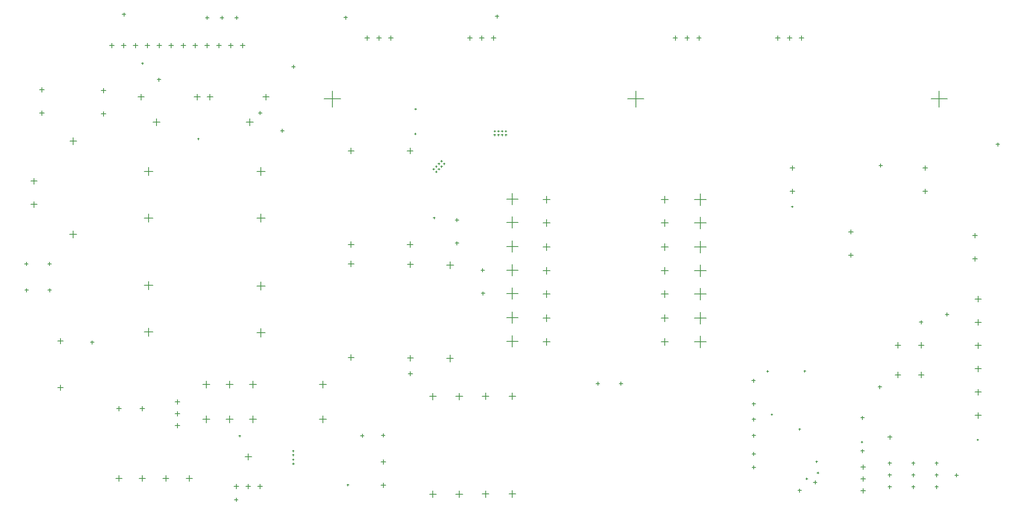
<source format=gbr>
%TF.GenerationSoftware,Altium Limited,Altium Designer,24.3.1 (35)*%
G04 Layer_Color=128*
%FSLAX43Y43*%
%MOMM*%
%TF.SameCoordinates,76E1361F-AA3B-45A8-A24B-41510BF92E79*%
%TF.FilePolarity,Positive*%
%TF.FileFunction,Drillmap*%
%TF.Part,Single*%
G01*
G75*
%TA.AperFunction,NonConductor*%
%ADD168C,0.127*%
D168*
X73365Y56617D02*
X74635D01*
X74000Y55982D02*
Y57252D01*
X73365Y76683D02*
X74635D01*
X74000Y76048D02*
Y77318D01*
X80425Y5050D02*
X81425D01*
X80925Y4550D02*
Y5550D01*
X80425Y10050D02*
X81425D01*
X80925Y9550D02*
Y10550D01*
X11125Y25925D02*
X12325D01*
X11725Y25325D02*
Y26525D01*
X11125Y35925D02*
X12325D01*
X11725Y35325D02*
Y36525D01*
X67213Y26650D02*
X68737D01*
X67975Y25888D02*
Y27412D01*
X67213Y19150D02*
X68737D01*
X67975Y18388D02*
Y19912D01*
X52213Y26650D02*
X53737D01*
X52975Y25888D02*
Y27412D01*
X47213Y26650D02*
X48737D01*
X47975Y25888D02*
Y27412D01*
X42213Y26650D02*
X43737D01*
X42975Y25888D02*
Y27412D01*
X42213Y19150D02*
X43737D01*
X42975Y18388D02*
Y19912D01*
X47213Y19150D02*
X48737D01*
X47975Y18388D02*
Y19912D01*
X52213Y19150D02*
X53737D01*
X52975Y18388D02*
Y19912D01*
X4094Y52474D02*
X4856D01*
X4475Y52093D02*
Y52855D01*
X9044Y52474D02*
X9806D01*
X9425Y52093D02*
Y52855D01*
X4116Y46825D02*
X4878D01*
X4497Y46444D02*
Y47206D01*
X9066Y46825D02*
X9828D01*
X9447Y46444D02*
Y47206D01*
X13750Y78800D02*
X15250D01*
X14500Y78050D02*
Y79550D01*
X13700Y58825D02*
X15200D01*
X14450Y58075D02*
Y59575D01*
X180625Y59350D02*
X181625D01*
X181125Y58850D02*
Y59850D01*
X180625Y54350D02*
X181625D01*
X181125Y53850D02*
Y54850D01*
X168050Y73000D02*
X169050D01*
X168550Y72500D02*
Y73500D01*
X168050Y68000D02*
X169050D01*
X168550Y67500D02*
Y68500D01*
X49119Y105200D02*
X49881D01*
X49500Y104819D02*
Y105581D01*
X53800Y72300D02*
X55600D01*
X54700Y71400D02*
Y73200D01*
X53800Y62300D02*
X55600D01*
X54700Y61400D02*
Y63200D01*
X86225Y28925D02*
X87175D01*
X86700Y28450D02*
Y29400D01*
X164960Y100900D02*
X165960D01*
X165460Y100400D02*
Y101400D01*
X167500Y100900D02*
X168500D01*
X168000Y100400D02*
Y101400D01*
X170040Y100900D02*
X171040D01*
X170540Y100400D02*
Y101400D01*
X142960Y100900D02*
X143960D01*
X143460Y100400D02*
Y101400D01*
X145500Y100900D02*
X146500D01*
X146000Y100400D02*
Y101400D01*
X148040Y100900D02*
X149040D01*
X148540Y100400D02*
Y101400D01*
X23775Y21475D02*
X24775D01*
X24275Y20975D02*
Y21975D01*
X28775Y21475D02*
X29775D01*
X29275Y20975D02*
Y21975D01*
X102125Y3155D02*
X103575D01*
X102850Y2430D02*
Y3880D01*
X102125Y24095D02*
X103575D01*
X102850Y23370D02*
Y24820D01*
X107825Y3180D02*
X109275D01*
X108550Y2455D02*
Y3905D01*
X107825Y24120D02*
X109275D01*
X108550Y23395D02*
Y24845D01*
X90811Y24070D02*
X92261D01*
X91536Y23345D02*
Y24795D01*
X90811Y3130D02*
X92261D01*
X91536Y2405D02*
Y3855D01*
X96461Y24070D02*
X97911D01*
X97186Y23345D02*
Y24795D01*
X96461Y3130D02*
X97911D01*
X97186Y2405D02*
Y3855D01*
X140452Y66238D02*
X141976D01*
X141214Y65476D02*
Y67000D01*
X98960Y100900D02*
X99960D01*
X99460Y100400D02*
Y101400D01*
X101500Y100900D02*
X102500D01*
X102000Y100400D02*
Y101400D01*
X104040Y100900D02*
X105040D01*
X104540Y100400D02*
Y101400D01*
X76960Y100900D02*
X77960D01*
X77460Y100400D02*
Y101400D01*
X79500Y100900D02*
X80500D01*
X80000Y100400D02*
Y101400D01*
X82040Y100900D02*
X83040D01*
X82540Y100400D02*
Y101400D01*
X198250Y87800D02*
X201750D01*
X200000Y86050D02*
Y89550D01*
X68250Y87800D02*
X71750D01*
X70000Y86050D02*
Y89550D01*
X133250Y87800D02*
X136750D01*
X135000Y86050D02*
Y89550D01*
X188964Y15350D02*
X189914D01*
X189439Y14875D02*
Y15825D01*
X38700Y6500D02*
X40000D01*
X39350Y5850D02*
Y7150D01*
X33700Y6500D02*
X35000D01*
X34350Y5850D02*
Y7150D01*
X96319Y56900D02*
X97081D01*
X96700Y56519D02*
Y57281D01*
X96319Y61850D02*
X97081D01*
X96700Y61469D02*
Y62231D01*
X86032Y56617D02*
X87302D01*
X86667Y55982D02*
Y57252D01*
X86032Y76683D02*
X87302D01*
X86667Y76048D02*
Y77318D01*
X73365Y52466D02*
X74635D01*
X74000Y51831D02*
Y53101D01*
X73365Y32400D02*
X74635D01*
X74000Y31765D02*
Y33035D01*
X140452Y40838D02*
X141976D01*
X141214Y40076D02*
Y41600D01*
X140452Y46004D02*
X141976D01*
X141214Y45242D02*
Y46766D01*
X140452Y50998D02*
X141976D01*
X141214Y50236D02*
Y51760D01*
X140452Y56078D02*
X141976D01*
X141214Y55316D02*
Y56840D01*
X140452Y61244D02*
X141976D01*
X141214Y60482D02*
Y62006D01*
X115179Y35758D02*
X116703D01*
X115941Y34996D02*
Y36520D01*
X115179Y40838D02*
X116703D01*
X115941Y40076D02*
Y41600D01*
X115179Y46004D02*
X116703D01*
X115941Y45242D02*
Y46766D01*
X115179Y50998D02*
X116703D01*
X115941Y50236D02*
Y51760D01*
X115179Y56078D02*
X116703D01*
X115941Y55316D02*
Y56840D01*
X115179Y61244D02*
X116703D01*
X115941Y60482D02*
Y62006D01*
X115179Y66238D02*
X116703D01*
X115941Y65476D02*
Y67000D01*
X140452Y35758D02*
X141976D01*
X141214Y34996D02*
Y36520D01*
X147584Y40838D02*
X150084D01*
X148834Y39588D02*
Y42088D01*
X147584Y46004D02*
X150084D01*
X148834Y44754D02*
Y47254D01*
X147584Y50998D02*
X150084D01*
X148834Y49748D02*
Y52248D01*
X147584Y56078D02*
X150084D01*
X148834Y54828D02*
Y57328D01*
X147584Y61244D02*
X150084D01*
X148834Y59994D02*
Y62494D01*
X147584Y66238D02*
X150084D01*
X148834Y64988D02*
Y67488D01*
X147584Y35758D02*
X150084D01*
X148834Y34508D02*
Y37008D01*
X107325Y40965D02*
X109825D01*
X108575Y39715D02*
Y42215D01*
X107325Y46131D02*
X109825D01*
X108575Y44881D02*
Y47381D01*
X107325Y51125D02*
X109825D01*
X108575Y49875D02*
Y52375D01*
X107325Y56205D02*
X109825D01*
X108575Y54955D02*
Y57455D01*
X107325Y61371D02*
X109825D01*
X108575Y60121D02*
Y62621D01*
X107325Y66365D02*
X109825D01*
X108575Y65115D02*
Y67615D01*
X107325Y35885D02*
X109825D01*
X108575Y34635D02*
Y37135D01*
X86090Y32296D02*
X87360D01*
X86725Y31661D02*
Y32931D01*
X86090Y52362D02*
X87360D01*
X86725Y51727D02*
Y52997D01*
X195550Y28698D02*
X196750D01*
X196150Y28098D02*
Y29298D01*
X190550Y28698D02*
X191750D01*
X191150Y28098D02*
Y29298D01*
X190550Y35048D02*
X191750D01*
X191150Y34448D02*
Y35648D01*
X195550Y35048D02*
X196750D01*
X196150Y34448D02*
Y35648D01*
X29750Y37850D02*
X31550D01*
X30650Y36950D02*
Y38750D01*
X29750Y47850D02*
X31550D01*
X30650Y46950D02*
Y48750D01*
X187069Y73575D02*
X187831D01*
X187450Y73194D02*
Y73956D01*
X207200Y53550D02*
X208200D01*
X207700Y53050D02*
Y54050D01*
X207200Y58550D02*
X208200D01*
X207700Y58050D02*
Y59050D01*
X76044Y15625D02*
X76806D01*
X76425Y15244D02*
Y16006D01*
X212169Y78076D02*
X212931D01*
X212550Y77695D02*
Y78457D01*
X207700Y44950D02*
X209000D01*
X208350Y44300D02*
Y45600D01*
X207700Y39950D02*
X209000D01*
X208350Y39300D02*
Y40600D01*
X201294Y41625D02*
X202056D01*
X201675Y41244D02*
Y42006D01*
X196525Y68000D02*
X197525D01*
X197025Y67500D02*
Y68500D01*
X196525Y73000D02*
X197525D01*
X197025Y72500D02*
Y73500D01*
X49044Y1925D02*
X49806D01*
X49425Y1544D02*
Y2306D01*
X48952Y4775D02*
X49968D01*
X49460Y4267D02*
Y5283D01*
X51492Y4775D02*
X52508D01*
X52000Y4267D02*
Y5283D01*
X54032Y4775D02*
X55048D01*
X54540Y4267D02*
Y5283D01*
X51301Y11125D02*
X52699D01*
X52000Y10427D02*
Y11823D01*
X23650Y6500D02*
X24950D01*
X24300Y5850D02*
Y7150D01*
X28650Y6500D02*
X29950D01*
X29300Y5850D02*
Y7150D01*
X29750Y62300D02*
X31550D01*
X30650Y61400D02*
Y63200D01*
X29750Y72300D02*
X31550D01*
X30650Y71400D02*
Y73200D01*
X20475Y89650D02*
X21475D01*
X20975Y89150D02*
Y90150D01*
X20475Y84650D02*
X21475D01*
X20975Y84150D02*
Y85150D01*
X7275Y84775D02*
X8275D01*
X7775Y84275D02*
Y85275D01*
X7275Y89775D02*
X8275D01*
X7775Y89275D02*
Y90275D01*
X53800Y47725D02*
X55600D01*
X54700Y46825D02*
Y48625D01*
X53800Y37725D02*
X55600D01*
X54700Y36825D02*
Y38625D01*
X40131Y99275D02*
X41131D01*
X40631Y98775D02*
Y99775D01*
X50291Y99275D02*
X51291D01*
X50791Y98775D02*
Y99775D01*
X29881Y99275D02*
X30881D01*
X30381Y98775D02*
Y99775D01*
X32421Y99275D02*
X33421D01*
X32921Y98775D02*
Y99775D01*
X34961Y99275D02*
X35961D01*
X35461Y98775D02*
Y99775D01*
X37591Y99275D02*
X38591D01*
X38091Y98775D02*
Y99775D01*
X24801Y99275D02*
X25801D01*
X25301Y98775D02*
Y99775D01*
X42671Y99275D02*
X43671D01*
X43171Y98775D02*
Y99775D01*
X45211Y99275D02*
X46211D01*
X45711Y98775D02*
Y99775D01*
X47751Y99275D02*
X48751D01*
X48251Y98775D02*
Y99775D01*
X22261Y99275D02*
X23261D01*
X22761Y98775D02*
Y99775D01*
X27341Y99275D02*
X28341D01*
X27841Y98775D02*
Y99775D01*
X94507Y52209D02*
X96007D01*
X95257Y51459D02*
Y52959D01*
X94457Y32234D02*
X95957D01*
X95207Y31484D02*
Y32984D01*
X5425Y70200D02*
X6725D01*
X6075Y69550D02*
Y70850D01*
X5425Y65200D02*
X6725D01*
X6075Y64550D02*
Y65850D01*
X72494Y105250D02*
X73256D01*
X72875Y104869D02*
Y105631D01*
X32494Y91950D02*
X33256D01*
X32875Y91569D02*
Y92331D01*
X31600Y82875D02*
X33100D01*
X32350Y82125D02*
Y83625D01*
X51575Y82825D02*
X53075D01*
X52325Y82075D02*
Y83575D01*
X54136Y84801D02*
X54898D01*
X54517Y84420D02*
Y85182D01*
X18169Y35650D02*
X18931D01*
X18550Y35269D02*
Y36031D01*
X61319Y94700D02*
X62081D01*
X61700Y94319D02*
Y95081D01*
X58910Y81025D02*
X59672D01*
X59291Y80644D02*
Y81406D01*
X42819Y105200D02*
X43581D01*
X43200Y104819D02*
Y105581D01*
X173069Y5660D02*
X173831D01*
X173450Y5279D02*
Y6041D01*
X126519Y26800D02*
X127281D01*
X126900Y26419D02*
Y27181D01*
X131469Y26800D02*
X132231D01*
X131850Y26419D02*
Y27181D01*
X36350Y17835D02*
X37350D01*
X36850Y17335D02*
Y18335D01*
X36350Y20375D02*
X37350D01*
X36850Y19875D02*
Y20875D01*
X36350Y22915D02*
X37350D01*
X36850Y22415D02*
Y23415D01*
X80544Y15725D02*
X81306D01*
X80925Y15344D02*
Y16106D01*
X28391Y88250D02*
X29691D01*
X29041Y87600D02*
Y88900D01*
X40391Y88250D02*
X41691D01*
X41041Y87600D02*
Y88900D01*
X43141Y88250D02*
X44441D01*
X43791Y87600D02*
Y88900D01*
X55141Y88250D02*
X56441D01*
X55791Y87600D02*
Y88900D01*
X24969Y105950D02*
X25731D01*
X25350Y105569D02*
Y106331D01*
X45966Y105200D02*
X46728D01*
X46347Y104819D02*
Y105581D01*
X101894Y46175D02*
X102656D01*
X102275Y45794D02*
Y46556D01*
X101844Y51125D02*
X102606D01*
X102225Y50744D02*
Y51506D01*
X159926Y22451D02*
X160688D01*
X160307Y22070D02*
Y22832D01*
X159926Y8884D02*
X160688D01*
X160307Y8503D02*
Y9265D01*
X186894Y26100D02*
X187656D01*
X187275Y25719D02*
Y26481D01*
X183200Y8965D02*
X184200D01*
X183700Y8465D02*
Y9465D01*
X183200Y6425D02*
X184200D01*
X183700Y5925D02*
Y6925D01*
X183200Y3885D02*
X184200D01*
X183700Y3385D02*
Y4385D01*
X104919Y105500D02*
X105681D01*
X105300Y105119D02*
Y105881D01*
X207700Y20000D02*
X209000D01*
X208350Y19350D02*
Y20650D01*
X207700Y25000D02*
X209000D01*
X208350Y24350D02*
Y25650D01*
X207700Y29975D02*
X209000D01*
X208350Y29325D02*
Y30625D01*
X207700Y34975D02*
X209000D01*
X208350Y34325D02*
Y35625D01*
X169712Y3926D02*
X170474D01*
X170093Y3545D02*
Y4307D01*
X159926Y11749D02*
X160688D01*
X160307Y11368D02*
Y12130D01*
X194117Y9740D02*
X194817D01*
X194467Y9390D02*
Y10090D01*
X194117Y7200D02*
X194817D01*
X194467Y6850D02*
Y7550D01*
X194117Y4660D02*
X194817D01*
X194467Y4310D02*
Y5010D01*
X199132Y9740D02*
X199832D01*
X199482Y9390D02*
Y10090D01*
X199132Y7200D02*
X199832D01*
X199482Y6850D02*
Y7550D01*
X199132Y4660D02*
X199832D01*
X199482Y4310D02*
Y5010D01*
X195769Y40000D02*
X196531D01*
X196150Y39619D02*
Y40381D01*
X159869Y27474D02*
X160631D01*
X160250Y27093D02*
Y27855D01*
X183200Y12375D02*
X183950D01*
X183575Y12000D02*
Y12750D01*
X183200Y19475D02*
X183950D01*
X183575Y19100D02*
Y19850D01*
X159926Y19176D02*
X160688D01*
X160307Y18795D02*
Y19557D01*
X159926Y15688D02*
X160688D01*
X160307Y15307D02*
Y16069D01*
X203324Y7188D02*
X204086D01*
X203705Y6806D02*
Y7569D01*
X189077Y9740D02*
X189777D01*
X189427Y9390D02*
Y10090D01*
X189077Y7200D02*
X189777D01*
X189427Y6850D02*
Y7550D01*
X189077Y4660D02*
X189777D01*
X189427Y4310D02*
Y5010D01*
X87650Y85650D02*
X88050D01*
X87850Y85450D02*
Y85850D01*
X49975Y15600D02*
X50375D01*
X50175Y15400D02*
Y15800D01*
X171016Y29475D02*
X171416D01*
X171216Y29275D02*
Y29675D01*
X163050Y29450D02*
X163450D01*
X163250Y29250D02*
Y29650D01*
X168350Y64725D02*
X168750D01*
X168550Y64525D02*
Y64925D01*
X183275Y14300D02*
X183675D01*
X183475Y14100D02*
Y14500D01*
X169925Y17025D02*
X170325D01*
X170125Y16825D02*
Y17225D01*
X173837Y7700D02*
X174237D01*
X174037Y7500D02*
Y7900D01*
X87600Y80325D02*
X88000D01*
X87800Y80125D02*
Y80525D01*
X208075Y14775D02*
X208475D01*
X208275Y14575D02*
Y14975D01*
X171451Y6413D02*
X171851D01*
X171651Y6213D02*
Y6613D01*
X91625Y62325D02*
X92025D01*
X91825Y62125D02*
Y62525D01*
X105396Y80102D02*
X105796D01*
X105596Y79902D02*
Y80302D01*
X104588Y80106D02*
X104988D01*
X104788Y79906D02*
Y80306D01*
X104603Y80906D02*
X105003D01*
X104803Y80706D02*
Y81106D01*
X105388Y80906D02*
X105788D01*
X105588Y80706D02*
Y81106D01*
X93774Y73919D02*
X94174D01*
X93974Y73718D02*
Y74118D01*
X93202Y73343D02*
X93602D01*
X93402Y73144D02*
Y73544D01*
X93202Y74493D02*
X93602D01*
X93402Y74294D02*
Y74693D01*
X92646Y73919D02*
X93046D01*
X92846Y73718D02*
Y74118D01*
X91525Y72775D02*
X91925D01*
X91725Y72575D02*
Y72975D01*
X92082Y73350D02*
X92482D01*
X92282Y73150D02*
Y73550D01*
X92082Y72200D02*
X92482D01*
X92282Y72000D02*
Y72400D01*
X92653Y72775D02*
X93053D01*
X92853Y72575D02*
Y72975D01*
X106990Y80904D02*
X107390D01*
X107190Y80704D02*
Y81104D01*
X106205Y80904D02*
X106605D01*
X106405Y80704D02*
Y81104D01*
X106190Y80104D02*
X106590D01*
X106390Y79904D02*
Y80304D01*
X41100Y79275D02*
X41500D01*
X41300Y79075D02*
Y79475D01*
X73125Y5100D02*
X73525D01*
X73325Y4900D02*
Y5300D01*
X61450Y9650D02*
X61850D01*
X61650Y9450D02*
Y9850D01*
X61425Y10550D02*
X61825D01*
X61625Y10350D02*
Y10750D01*
X61425Y11525D02*
X61825D01*
X61625Y11325D02*
Y11725D01*
X61425Y12375D02*
X61825D01*
X61625Y12175D02*
Y12575D01*
X29150Y95422D02*
X29550D01*
X29350Y95222D02*
Y95622D01*
X106998Y80100D02*
X107398D01*
X107198Y79900D02*
Y80300D01*
X173557Y10101D02*
X173957D01*
X173757Y9901D02*
Y10301D01*
X163957Y20201D02*
X164357D01*
X164157Y20001D02*
Y20401D01*
%TF.MD5,4ae72c5814cd2411bda4a58b1b63afc9*%
M02*

</source>
